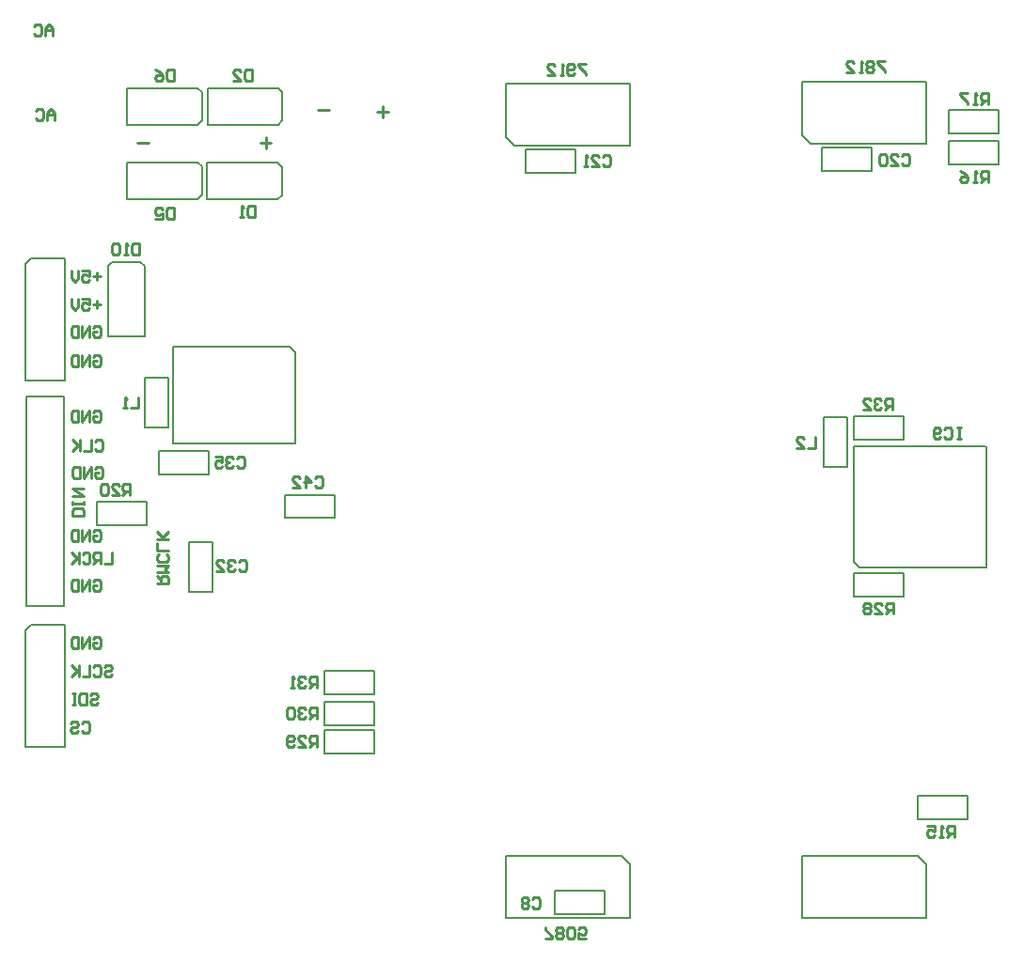
<source format=gbo>
G04 Layer_Color=32896*
%FSLAX44Y44*%
%MOMM*%
G71*
G01*
G75*
%ADD14C,0.2540*%
%ADD46C,0.2000*%
D14*
X-385572Y233009D02*
Y223012D01*
X-390570D01*
X-392237Y224678D01*
Y231343D01*
X-390570Y233009D01*
X-385572D01*
X-395569Y223012D02*
X-398901D01*
X-397235D01*
Y233009D01*
X-395569Y231343D01*
X-403899D02*
X-405566Y233009D01*
X-408898D01*
X-410564Y231343D01*
Y224678D01*
X-408898Y223012D01*
X-405566D01*
X-403899Y224678D01*
Y231343D01*
X-31556Y-357937D02*
X-29890Y-356271D01*
X-26558D01*
X-24892Y-357937D01*
Y-364602D01*
X-26558Y-366268D01*
X-29890D01*
X-31556Y-364602D01*
X-34889Y-357937D02*
X-36555Y-356271D01*
X-39887D01*
X-41553Y-357937D01*
Y-359604D01*
X-39887Y-361270D01*
X-41553Y-362936D01*
Y-364602D01*
X-39887Y-366268D01*
X-36555D01*
X-34889Y-364602D01*
Y-362936D01*
X-36555Y-361270D01*
X-34889Y-359604D01*
Y-357937D01*
X-36555Y-361270D02*
X-39887D01*
X-386588Y94579D02*
Y84582D01*
X-393252D01*
X-396585D02*
X-399917D01*
X-398251D01*
Y94579D01*
X-396585Y92913D01*
X222758Y58511D02*
Y48514D01*
X216094D01*
X206097D02*
X212761D01*
X206097Y55178D01*
Y56845D01*
X207763Y58511D01*
X211095D01*
X212761Y56845D01*
X292608Y83312D02*
Y93309D01*
X287610D01*
X285944Y91643D01*
Y88310D01*
X287610Y86644D01*
X292608D01*
X289276D02*
X285944Y83312D01*
X282611Y91643D02*
X280945Y93309D01*
X277613D01*
X275947Y91643D01*
Y89977D01*
X277613Y88310D01*
X279279D01*
X277613D01*
X275947Y86644D01*
Y84978D01*
X277613Y83312D01*
X280945D01*
X282611Y84978D01*
X265950Y83312D02*
X272614D01*
X265950Y89977D01*
Y91643D01*
X267616Y93309D01*
X270948D01*
X272614Y91643D01*
X-226060Y-167640D02*
Y-157643D01*
X-231058D01*
X-232724Y-159309D01*
Y-162642D01*
X-231058Y-164308D01*
X-226060D01*
X-229392D02*
X-232724Y-167640D01*
X-236057Y-159309D02*
X-237723Y-157643D01*
X-241055D01*
X-242721Y-159309D01*
Y-160975D01*
X-241055Y-162642D01*
X-239389D01*
X-241055D01*
X-242721Y-164308D01*
Y-165974D01*
X-241055Y-167640D01*
X-237723D01*
X-236057Y-165974D01*
X-246054Y-167640D02*
X-249386D01*
X-247720D01*
Y-157643D01*
X-246054Y-159309D01*
X-226060Y-195580D02*
Y-185583D01*
X-231058D01*
X-232724Y-187249D01*
Y-190582D01*
X-231058Y-192248D01*
X-226060D01*
X-229392D02*
X-232724Y-195580D01*
X-236057Y-187249D02*
X-237723Y-185583D01*
X-241055D01*
X-242721Y-187249D01*
Y-188916D01*
X-241055Y-190582D01*
X-239389D01*
X-241055D01*
X-242721Y-192248D01*
Y-193914D01*
X-241055Y-195580D01*
X-237723D01*
X-236057Y-193914D01*
X-246054Y-187249D02*
X-247720Y-185583D01*
X-251052D01*
X-252718Y-187249D01*
Y-193914D01*
X-251052Y-195580D01*
X-247720D01*
X-246054Y-193914D01*
Y-187249D01*
X-226060Y-220980D02*
Y-210983D01*
X-231058D01*
X-232724Y-212649D01*
Y-215982D01*
X-231058Y-217648D01*
X-226060D01*
X-229392D02*
X-232724Y-220980D01*
X-242721D02*
X-236057D01*
X-242721Y-214315D01*
Y-212649D01*
X-241055Y-210983D01*
X-237723D01*
X-236057Y-212649D01*
X-246054Y-219314D02*
X-247720Y-220980D01*
X-251052D01*
X-252718Y-219314D01*
Y-212649D01*
X-251052Y-210983D01*
X-247720D01*
X-246054Y-212649D01*
Y-214315D01*
X-247720Y-215982D01*
X-252718D01*
X293116Y-100838D02*
Y-90841D01*
X288118D01*
X286451Y-92507D01*
Y-95840D01*
X288118Y-97506D01*
X293116D01*
X289784D02*
X286451Y-100838D01*
X276455D02*
X283119D01*
X276455Y-94173D01*
Y-92507D01*
X278121Y-90841D01*
X281453D01*
X283119Y-92507D01*
X273122D02*
X271456Y-90841D01*
X268124D01*
X266458Y-92507D01*
Y-94173D01*
X268124Y-95840D01*
X266458Y-97506D01*
Y-99172D01*
X268124Y-100838D01*
X271456D01*
X273122Y-99172D01*
Y-97506D01*
X271456Y-95840D01*
X273122Y-94173D01*
Y-92507D01*
X271456Y-95840D02*
X268124D01*
X-227390Y21285D02*
X-225724Y22951D01*
X-222392D01*
X-220726Y21285D01*
Y14620D01*
X-222392Y12954D01*
X-225724D01*
X-227390Y14620D01*
X-235721Y12954D02*
Y22951D01*
X-230723Y17952D01*
X-237387D01*
X-247384Y12954D02*
X-240720D01*
X-247384Y19619D01*
Y21285D01*
X-245718Y22951D01*
X-242386D01*
X-240720Y21285D01*
X-297495Y38811D02*
X-295828Y40477D01*
X-292496D01*
X-290830Y38811D01*
Y32146D01*
X-292496Y30480D01*
X-295828D01*
X-297495Y32146D01*
X-300827Y38811D02*
X-302493Y40477D01*
X-305825D01*
X-307491Y38811D01*
Y37144D01*
X-305825Y35478D01*
X-304159D01*
X-305825D01*
X-307491Y33812D01*
Y32146D01*
X-305825Y30480D01*
X-302493D01*
X-300827Y32146D01*
X-317488Y40477D02*
X-310824D01*
Y35478D01*
X-314156Y37144D01*
X-315822D01*
X-317488Y35478D01*
Y32146D01*
X-315822Y30480D01*
X-312490D01*
X-310824Y32146D01*
X-296224Y-53899D02*
X-294558Y-52233D01*
X-291226D01*
X-289560Y-53899D01*
Y-60564D01*
X-291226Y-62230D01*
X-294558D01*
X-296224Y-60564D01*
X-299557Y-53899D02*
X-301223Y-52233D01*
X-304555D01*
X-306221Y-53899D01*
Y-55566D01*
X-304555Y-57232D01*
X-302889D01*
X-304555D01*
X-306221Y-58898D01*
Y-60564D01*
X-304555Y-62230D01*
X-301223D01*
X-299557Y-60564D01*
X-316218Y-62230D02*
X-309554D01*
X-316218Y-55566D01*
Y-53899D01*
X-314552Y-52233D01*
X-311220D01*
X-309554Y-53899D01*
X354330Y67147D02*
X350998D01*
X352664D01*
Y57150D01*
X354330D01*
X350998D01*
X339335Y65481D02*
X341001Y67147D01*
X344333D01*
X345999Y65481D01*
Y58816D01*
X344333Y57150D01*
X341001D01*
X339335Y58816D01*
X336003D02*
X334336Y57150D01*
X331004D01*
X329338Y58816D01*
Y65481D01*
X331004Y67147D01*
X334336D01*
X336003Y65481D01*
Y63815D01*
X334336Y62148D01*
X329338D01*
X-393940Y6350D02*
Y16347D01*
X-398938D01*
X-400605Y14681D01*
Y11348D01*
X-398938Y9682D01*
X-393940D01*
X-397272D02*
X-400605Y6350D01*
X-410601D02*
X-403937D01*
X-410601Y13015D01*
Y14681D01*
X-408935Y16347D01*
X-405603D01*
X-403937Y14681D01*
X-413934D02*
X-415600Y16347D01*
X-418932D01*
X-420598Y14681D01*
Y8016D01*
X-418932Y6350D01*
X-415600D01*
X-413934Y8016D01*
Y14681D01*
X-284480Y389727D02*
Y379730D01*
X-289478D01*
X-291145Y381396D01*
Y388061D01*
X-289478Y389727D01*
X-284480D01*
X-301141Y379730D02*
X-294477D01*
X-301141Y386395D01*
Y388061D01*
X-299475Y389727D01*
X-296143D01*
X-294477Y388061D01*
X-354330Y389727D02*
Y379730D01*
X-359328D01*
X-360994Y381396D01*
Y388061D01*
X-359328Y389727D01*
X-354330D01*
X-370991D02*
X-367659Y388061D01*
X-364327Y384728D01*
Y381396D01*
X-365993Y379730D01*
X-369325D01*
X-370991Y381396D01*
Y383062D01*
X-369325Y384728D01*
X-364327D01*
X-281940Y266537D02*
Y256540D01*
X-286938D01*
X-288605Y258206D01*
Y264871D01*
X-286938Y266537D01*
X-281940D01*
X-291937Y256540D02*
X-295269D01*
X-293603D01*
Y266537D01*
X-291937Y264871D01*
X-354330Y255433D02*
Y265430D01*
X-359328D01*
X-360994Y263764D01*
Y257099D01*
X-359328Y255433D01*
X-354330D01*
X-370991D02*
X-364327D01*
Y260432D01*
X-367659Y258766D01*
X-369325D01*
X-370991Y260432D01*
Y263764D01*
X-369325Y265430D01*
X-365993D01*
X-364327Y263764D01*
X378460Y358140D02*
Y368137D01*
X373462D01*
X371796Y366471D01*
Y363138D01*
X373462Y361472D01*
X378460D01*
X375128D02*
X371796Y358140D01*
X368463D02*
X365131D01*
X366797D01*
Y368137D01*
X368463Y366471D01*
X360133Y368137D02*
X353468D01*
Y366471D01*
X360133Y359806D01*
Y358140D01*
X378460Y288290D02*
Y298287D01*
X373462D01*
X371796Y296621D01*
Y293288D01*
X373462Y291622D01*
X378460D01*
X375128D02*
X371796Y288290D01*
X368463D02*
X365131D01*
X366797D01*
Y298287D01*
X368463Y296621D01*
X353468Y298287D02*
X356800Y296621D01*
X360133Y293288D01*
Y289956D01*
X358466Y288290D01*
X355134D01*
X353468Y289956D01*
Y291622D01*
X355134Y293288D01*
X360133D01*
X348488Y-301752D02*
Y-291755D01*
X343490D01*
X341824Y-293421D01*
Y-296754D01*
X343490Y-298420D01*
X348488D01*
X345156D02*
X341824Y-301752D01*
X338491D02*
X335159D01*
X336825D01*
Y-291755D01*
X338491Y-293421D01*
X323496Y-291755D02*
X330161D01*
Y-296754D01*
X326828Y-295088D01*
X325162D01*
X323496Y-296754D01*
Y-300086D01*
X325162Y-301752D01*
X328494D01*
X330161Y-300086D01*
X300676Y311861D02*
X302342Y313527D01*
X305674D01*
X307340Y311861D01*
Y305196D01*
X305674Y303530D01*
X302342D01*
X300676Y305196D01*
X290679Y303530D02*
X297343D01*
X290679Y310194D01*
Y311861D01*
X292345Y313527D01*
X295677D01*
X297343Y311861D01*
X287346D02*
X285680Y313527D01*
X282348D01*
X280682Y311861D01*
Y305196D01*
X282348Y303530D01*
X285680D01*
X287346Y305196D01*
Y311861D01*
X31435Y310591D02*
X33102Y312257D01*
X36434D01*
X38100Y310591D01*
Y303926D01*
X36434Y302260D01*
X33102D01*
X31435Y303926D01*
X21439Y302260D02*
X28103D01*
X21439Y308925D01*
Y310591D01*
X23105Y312257D01*
X26437D01*
X28103Y310591D01*
X18106Y302260D02*
X14774D01*
X16440D01*
Y312257D01*
X18106Y310591D01*
X-20320Y-393537D02*
X-13656D01*
Y-391871D01*
X-20320Y-385206D01*
Y-383540D01*
X-10323Y-391871D02*
X-8657Y-393537D01*
X-5325D01*
X-3659Y-391871D01*
Y-390205D01*
X-5325Y-388538D01*
X-3659Y-386872D01*
Y-385206D01*
X-5325Y-383540D01*
X-8657D01*
X-10323Y-385206D01*
Y-386872D01*
X-8657Y-388538D01*
X-10323Y-390205D01*
Y-391871D01*
X-8657Y-388538D02*
X-5325D01*
X-326Y-391871D02*
X1340Y-393537D01*
X4672D01*
X6338Y-391871D01*
Y-385206D01*
X4672Y-383540D01*
X1340D01*
X-326Y-385206D01*
Y-391871D01*
X16335Y-393537D02*
X9670D01*
Y-388538D01*
X13003Y-390205D01*
X14669D01*
X16335Y-388538D01*
Y-385206D01*
X14669Y-383540D01*
X11336D01*
X9670Y-385206D01*
X-427034Y-123749D02*
X-425368Y-122083D01*
X-422036D01*
X-420370Y-123749D01*
Y-130414D01*
X-422036Y-132080D01*
X-425368D01*
X-427034Y-130414D01*
Y-127082D01*
X-423702D01*
X-430367Y-132080D02*
Y-122083D01*
X-437031Y-132080D01*
Y-122083D01*
X-440364D02*
Y-132080D01*
X-445362D01*
X-447028Y-130414D01*
Y-123749D01*
X-445362Y-122083D01*
X-440364D01*
X-437195Y-199949D02*
X-435528Y-198283D01*
X-432196D01*
X-430530Y-199949D01*
Y-206614D01*
X-432196Y-208280D01*
X-435528D01*
X-437195Y-206614D01*
X-447191Y-199949D02*
X-445525Y-198283D01*
X-442193D01*
X-440527Y-199949D01*
Y-201616D01*
X-442193Y-203282D01*
X-445525D01*
X-447191Y-204948D01*
Y-206614D01*
X-445525Y-208280D01*
X-442193D01*
X-440527Y-206614D01*
X-416875Y-149149D02*
X-415208Y-147483D01*
X-411876D01*
X-410210Y-149149D01*
Y-150815D01*
X-411876Y-152482D01*
X-415208D01*
X-416875Y-154148D01*
Y-155814D01*
X-415208Y-157480D01*
X-411876D01*
X-410210Y-155814D01*
X-426871Y-149149D02*
X-425205Y-147483D01*
X-421873D01*
X-420207Y-149149D01*
Y-155814D01*
X-421873Y-157480D01*
X-425205D01*
X-426871Y-155814D01*
X-430204Y-147483D02*
Y-157480D01*
X-436868D01*
X-440200Y-147483D02*
Y-157480D01*
Y-154148D01*
X-446865Y-147483D01*
X-441866Y-152482D01*
X-446865Y-157480D01*
X-429575Y-174549D02*
X-427908Y-172883D01*
X-424576D01*
X-422910Y-174549D01*
Y-176215D01*
X-424576Y-177882D01*
X-427908D01*
X-429575Y-179548D01*
Y-181214D01*
X-427908Y-182880D01*
X-424576D01*
X-422910Y-181214D01*
X-432907Y-172883D02*
Y-182880D01*
X-437905D01*
X-439571Y-181214D01*
Y-174549D01*
X-437905Y-172883D01*
X-432907D01*
X-442904D02*
X-446236D01*
X-444570D01*
Y-182880D01*
X-442904D01*
X-446236D01*
X-420370Y203118D02*
X-427034D01*
X-423702Y206451D02*
Y199786D01*
X-437031Y208117D02*
X-430367D01*
Y203118D01*
X-433699Y204785D01*
X-435365D01*
X-437031Y203118D01*
Y199786D01*
X-435365Y198120D01*
X-432033D01*
X-430367Y199786D01*
X-440364Y208117D02*
Y201452D01*
X-443696Y198120D01*
X-447028Y201452D01*
Y208117D01*
X-420370Y177718D02*
X-427034D01*
X-423702Y181051D02*
Y174386D01*
X-437031Y182717D02*
X-430367D01*
Y177718D01*
X-433699Y179384D01*
X-435365D01*
X-437031Y177718D01*
Y174386D01*
X-435365Y172720D01*
X-432033D01*
X-430367Y174386D01*
X-440364Y182717D02*
Y176052D01*
X-443696Y172720D01*
X-447028Y176052D01*
Y182717D01*
X-427034Y130251D02*
X-425368Y131917D01*
X-422036D01*
X-420370Y130251D01*
Y123586D01*
X-422036Y121920D01*
X-425368D01*
X-427034Y123586D01*
Y126918D01*
X-423702D01*
X-430367Y121920D02*
Y131917D01*
X-437031Y121920D01*
Y131917D01*
X-440364D02*
Y121920D01*
X-445362D01*
X-447028Y123586D01*
Y130251D01*
X-445362Y131917D01*
X-440364D01*
X-427034Y156921D02*
X-425368Y158587D01*
X-422036D01*
X-420370Y156921D01*
Y150256D01*
X-422036Y148590D01*
X-425368D01*
X-427034Y150256D01*
Y153588D01*
X-423702D01*
X-430367Y148590D02*
Y158587D01*
X-437031Y148590D01*
Y158587D01*
X-440364D02*
Y148590D01*
X-445362D01*
X-447028Y150256D01*
Y156921D01*
X-445362Y158587D01*
X-440364D01*
X-427034Y-71679D02*
X-425368Y-70013D01*
X-422036D01*
X-420370Y-71679D01*
Y-78344D01*
X-422036Y-80010D01*
X-425368D01*
X-427034Y-78344D01*
Y-75012D01*
X-423702D01*
X-430367Y-80010D02*
Y-70013D01*
X-437031Y-80010D01*
Y-70013D01*
X-440364D02*
Y-80010D01*
X-445362D01*
X-447028Y-78344D01*
Y-71679D01*
X-445362Y-70013D01*
X-440364D01*
X-427034Y-27229D02*
X-425368Y-25563D01*
X-422036D01*
X-420370Y-27229D01*
Y-33894D01*
X-422036Y-35560D01*
X-425368D01*
X-427034Y-33894D01*
Y-30562D01*
X-423702D01*
X-430367Y-35560D02*
Y-25563D01*
X-437031Y-35560D01*
Y-25563D01*
X-440364D02*
Y-35560D01*
X-445362D01*
X-447028Y-33894D01*
Y-27229D01*
X-445362Y-25563D01*
X-440364D01*
X-425765Y29921D02*
X-424098Y31587D01*
X-420766D01*
X-419100Y29921D01*
Y23256D01*
X-420766Y21590D01*
X-424098D01*
X-425765Y23256D01*
Y26588D01*
X-422432D01*
X-429097Y21590D02*
Y31587D01*
X-435761Y21590D01*
Y31587D01*
X-439094D02*
Y21590D01*
X-444092D01*
X-445758Y23256D01*
Y29921D01*
X-444092Y31587D01*
X-439094D01*
X-427034Y80721D02*
X-425368Y82387D01*
X-422036D01*
X-420370Y80721D01*
Y74056D01*
X-422036Y72390D01*
X-425368D01*
X-427034Y74056D01*
Y77388D01*
X-423702D01*
X-430367Y72390D02*
Y82387D01*
X-437031Y72390D01*
Y82387D01*
X-440364D02*
Y72390D01*
X-445362D01*
X-447028Y74056D01*
Y80721D01*
X-445362Y82387D01*
X-440364D01*
X-435773Y-12700D02*
X-445770D01*
Y-7702D01*
X-444104Y-6036D01*
X-437439D01*
X-435773Y-7702D01*
Y-12700D01*
Y-2703D02*
Y629D01*
Y-1037D01*
X-445770D01*
Y-2703D01*
Y629D01*
Y5627D02*
X-435773D01*
X-445770Y12292D01*
X-435773D01*
X-425765Y54051D02*
X-424098Y55717D01*
X-420766D01*
X-419100Y54051D01*
Y47386D01*
X-420766Y45720D01*
X-424098D01*
X-425765Y47386D01*
X-429097Y55717D02*
Y45720D01*
X-435761D01*
X-439094Y55717D02*
Y45720D01*
Y49052D01*
X-445758Y55717D01*
X-440760Y50718D01*
X-445758Y45720D01*
X-410210Y-45883D02*
Y-55880D01*
X-416875D01*
X-420207D02*
Y-45883D01*
X-425205D01*
X-426871Y-47549D01*
Y-50882D01*
X-425205Y-52548D01*
X-420207D01*
X-423539D02*
X-426871Y-55880D01*
X-436868Y-47549D02*
X-435202Y-45883D01*
X-431870D01*
X-430204Y-47549D01*
Y-54214D01*
X-431870Y-55880D01*
X-435202D01*
X-436868Y-54214D01*
X-440200Y-45883D02*
Y-55880D01*
Y-52548D01*
X-446865Y-45883D01*
X-441866Y-50882D01*
X-446865Y-55880D01*
X-369570Y-73660D02*
X-359573D01*
Y-68662D01*
X-361239Y-66996D01*
X-364572D01*
X-366238Y-68662D01*
Y-73660D01*
Y-70328D02*
X-369570Y-66996D01*
Y-63663D02*
X-359573D01*
X-362906Y-60331D01*
X-359573Y-56999D01*
X-369570D01*
X-361239Y-47002D02*
X-359573Y-48668D01*
Y-52000D01*
X-361239Y-53666D01*
X-367904D01*
X-369570Y-52000D01*
Y-48668D01*
X-367904Y-47002D01*
X-359573Y-43670D02*
X-369570D01*
Y-37005D01*
X-359573Y-33673D02*
X-369570D01*
X-366238D01*
X-359573Y-27008D01*
X-364572Y-32007D01*
X-369570Y-27008D01*
X-462280Y344170D02*
Y350835D01*
X-465612Y354167D01*
X-468945Y350835D01*
Y344170D01*
Y349168D01*
X-462280D01*
X-478941Y352501D02*
X-477275Y354167D01*
X-473943D01*
X-472277Y352501D01*
Y345836D01*
X-473943Y344170D01*
X-477275D01*
X-478941Y345836D01*
X-463550Y420370D02*
Y427034D01*
X-466882Y430367D01*
X-470215Y427034D01*
Y420370D01*
Y425368D01*
X-463550D01*
X-480211Y428701D02*
X-478545Y430367D01*
X-475213D01*
X-473547Y428701D01*
Y422036D01*
X-475213Y420370D01*
X-478545D01*
X-480211Y422036D01*
X-171450Y351668D02*
X-161453D01*
X-166452Y356666D02*
Y346669D01*
X-224790Y352938D02*
X-214793D01*
X-387350Y323728D02*
X-377353D01*
X-276860D02*
X-266863D01*
X-271862Y328726D02*
Y318729D01*
X16510Y394807D02*
X9845D01*
Y393141D01*
X16510Y386476D01*
Y384810D01*
X6513Y386476D02*
X4847Y384810D01*
X1515D01*
X-151Y386476D01*
Y393141D01*
X1515Y394807D01*
X4847D01*
X6513Y393141D01*
Y391474D01*
X4847Y389808D01*
X-151D01*
X-3484Y384810D02*
X-6816D01*
X-5150D01*
Y394807D01*
X-3484Y393141D01*
X-18479Y384810D02*
X-11814D01*
X-18479Y391474D01*
Y393141D01*
X-16813Y394807D01*
X-13480D01*
X-11814Y393141D01*
X285750Y397347D02*
X279086D01*
Y395681D01*
X285750Y389016D01*
Y387350D01*
X275753Y395681D02*
X274087Y397347D01*
X270755D01*
X269089Y395681D01*
Y394015D01*
X270755Y392348D01*
X269089Y390682D01*
Y389016D01*
X270755Y387350D01*
X274087D01*
X275753Y389016D01*
Y390682D01*
X274087Y392348D01*
X275753Y394015D01*
Y395681D01*
X274087Y392348D02*
X270755D01*
X265756Y387350D02*
X262424D01*
X264090D01*
Y397347D01*
X265756Y395681D01*
X250761Y387350D02*
X257426D01*
X250761Y394015D01*
Y395681D01*
X252427Y397347D01*
X255760D01*
X257426Y395681D01*
D46*
X-414020Y148844D02*
X-381000D01*
Y212344D01*
X-410210Y216154D02*
X-384810D01*
X-414020Y148844D02*
Y212344D01*
X-410210Y216154D01*
X-384810D02*
X-381000Y212344D01*
X-11832Y-371180D02*
Y-350180D01*
Y-371180D02*
X33168D01*
Y-350180D01*
X-11832D02*
X33168D01*
X-380832Y67416D02*
Y112416D01*
X-359832D01*
Y67416D02*
Y112416D01*
X-380832Y67416D02*
X-359832D01*
X251546Y31348D02*
Y76348D01*
X230546Y31348D02*
X251546D01*
X230546D02*
Y76348D01*
X251546D01*
X-487680Y-93980D02*
Y95250D01*
Y-93980D02*
X-453390D01*
X-487680Y95250D02*
X-453390D01*
Y-93980D02*
Y95250D01*
X315320Y-265090D02*
X360320D01*
Y-286090D02*
Y-265090D01*
X315320Y-286090D02*
X360320D01*
X315320D02*
Y-265090D01*
X257662Y-85430D02*
Y-64430D01*
Y-85430D02*
X302662D01*
Y-64430D01*
X257662D02*
X302662D01*
X-174350Y-173060D02*
Y-152060D01*
X-219350D02*
X-174350D01*
X-219350Y-173060D02*
Y-152060D01*
Y-173060D02*
X-174350D01*
Y-226400D02*
Y-205400D01*
X-219350D02*
X-174350D01*
X-219350Y-226400D02*
Y-205400D01*
Y-226400D02*
X-174350D01*
Y-201000D02*
Y-180000D01*
X-219350D02*
X-174350D01*
X-219350Y-201000D02*
Y-180000D01*
Y-201000D02*
X-174350D01*
X257408Y56302D02*
Y77302D01*
Y56302D02*
X302408D01*
Y77302D01*
X257408D02*
X302408D01*
X-209402Y-14564D02*
Y6436D01*
X-254402D02*
X-209402D01*
X-254402Y-14564D02*
Y6436D01*
Y-14564D02*
X-209402D01*
X-55880Y-374650D02*
X55880D01*
X-55880D02*
Y-318770D01*
X48260D01*
X50800Y-321310D01*
X55880Y-374650D02*
Y-326390D01*
X50800Y-321310D02*
X55880Y-326390D01*
X210820Y-374650D02*
X322580D01*
X210820D02*
Y-318770D01*
X314960D01*
X317500Y-321310D01*
X322580Y-374650D02*
Y-326390D01*
X317500Y-321310D02*
X322580Y-326390D01*
X-423820Y-20660D02*
X-378820D01*
X-423820D02*
Y340D01*
X-378820D01*
Y-20660D02*
Y340D01*
X-340700Y-81160D02*
X-319700D01*
Y-36160D01*
X-340700D02*
X-319700D01*
X-340700Y-81160D02*
Y-36160D01*
X-367700Y25060D02*
Y46060D01*
Y25060D02*
X-322700D01*
Y46060D01*
X-367700D02*
X-322700D01*
X210820Y378460D02*
X322580D01*
Y322580D02*
Y378460D01*
X218440Y322580D02*
X322580D01*
X215900Y325120D02*
X218440Y322580D01*
X210820Y330200D02*
Y378460D01*
Y330200D02*
X215900Y325120D01*
X-488080Y109220D02*
Y214630D01*
Y109220D02*
X-452520D01*
Y219710D01*
X-483000D02*
X-452520D01*
X-488080Y214630D02*
X-483000Y219710D01*
X-488080Y-220980D02*
Y-115570D01*
Y-220980D02*
X-452520D01*
Y-110490D01*
X-483000D02*
X-452520D01*
X-488080Y-115570D02*
X-483000Y-110490D01*
X-249936Y139846D02*
X-244856Y134766D01*
Y52978D02*
Y134766D01*
X-355346Y52978D02*
X-244856D01*
X-355346D02*
Y139846D01*
X-249936D01*
X-333248Y340106D02*
X-329438Y343916D01*
X-333248Y373126D02*
X-329438Y369316D01*
X-396748Y373126D02*
X-333248D01*
X-329438Y343916D02*
Y369316D01*
X-396748Y340106D02*
X-333248D01*
X-396748D02*
Y373126D01*
X-260858Y340106D02*
X-257048Y343916D01*
X-260858Y373126D02*
X-257048Y369316D01*
X-324358Y373126D02*
X-260858D01*
X-257048Y343916D02*
Y369316D01*
X-324358Y340106D02*
X-260858D01*
X-324358D02*
Y373126D01*
X-261112Y272796D02*
X-257302Y276606D01*
X-261112Y305816D02*
X-257302Y302006D01*
X-324612Y305816D02*
X-261112D01*
X-257302Y276606D02*
Y302006D01*
X-324612Y272796D02*
X-261112D01*
X-324612D02*
Y305816D01*
X-332994Y273050D02*
X-329184Y276860D01*
X-332994Y306070D02*
X-329184Y302260D01*
X-396494Y306070D02*
X-332994D01*
X-329184Y276860D02*
Y302260D01*
X-396494Y273050D02*
X-332994D01*
X-396494D02*
Y306070D01*
X343260Y325460D02*
X388260D01*
Y304460D02*
Y325460D01*
X343260Y304460D02*
X388260D01*
X343260D02*
Y325460D01*
X343500Y353400D02*
X388500D01*
Y332400D02*
Y353400D01*
X343500Y332400D02*
X388500D01*
X343500D02*
Y353400D01*
X-55880Y328930D02*
X-50800Y323850D01*
X-55880Y328930D02*
Y377190D01*
X-50800Y323850D02*
X-48260Y321310D01*
X55880D01*
Y377190D01*
X-55880D02*
X55880D01*
X262602Y-58822D02*
X376654D01*
X257528Y-53748D02*
X262602Y-58822D01*
X257528Y-53748D02*
Y50392D01*
X376400D01*
X376756Y-58822D02*
Y50392D01*
X-37740Y317840D02*
X7260D01*
Y296840D02*
Y317840D01*
X-37740Y296840D02*
X7260D01*
X-37740D02*
Y317840D01*
X228960Y298110D02*
X273960D01*
X228960D02*
Y319110D01*
X273960D01*
Y298110D02*
Y319110D01*
M02*

</source>
